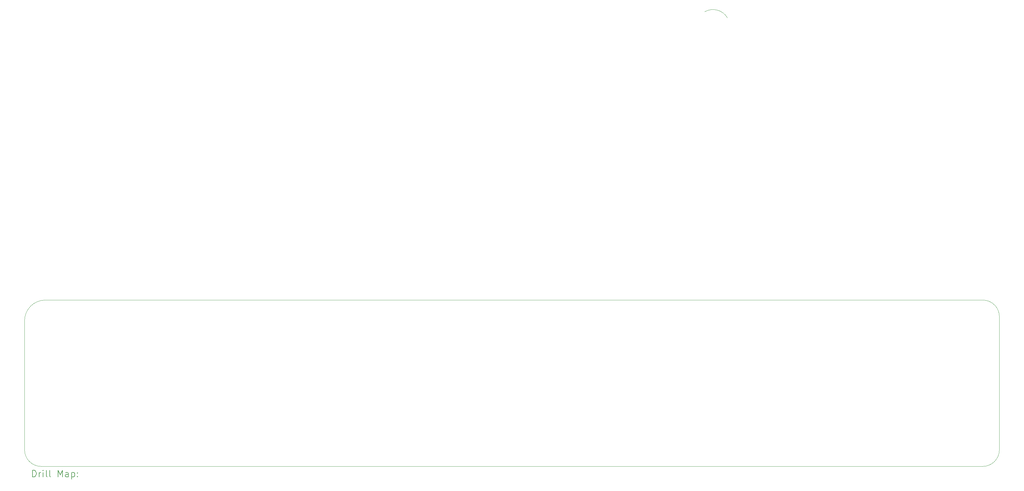
<source format=gbr>
%TF.GenerationSoftware,KiCad,Pcbnew,7.0.2-0*%
%TF.CreationDate,2024-01-28T20:18:33-06:00*%
%TF.ProjectId,bus_bar,6275735f-6261-4722-9e6b-696361645f70,rev?*%
%TF.SameCoordinates,Original*%
%TF.FileFunction,Drillmap*%
%TF.FilePolarity,Positive*%
%FSLAX45Y45*%
G04 Gerber Fmt 4.5, Leading zero omitted, Abs format (unit mm)*
G04 Created by KiCad (PCBNEW 7.0.2-0) date 2024-01-28 20:18:33*
%MOMM*%
%LPD*%
G01*
G04 APERTURE LIST*
%ADD10C,0.100000*%
%ADD11C,0.200000*%
G04 APERTURE END LIST*
D10*
X35041501Y-10668000D02*
G75*
G03*
X34533500Y-10160000I-508000J0D01*
G01*
X35041500Y-14732000D02*
X35041501Y-10668000D01*
X5831501Y-15240000D02*
X34533500Y-15240000D01*
X5323500Y-10795000D02*
X5323500Y-14732000D01*
X34533500Y-10160000D02*
X5958500Y-10160000D01*
X26750754Y-1542236D02*
G75*
G03*
X26056813Y-1356295I-439941J-254000D01*
G01*
X34533500Y-15240000D02*
G75*
G03*
X35041500Y-14732000I0J508000D01*
G01*
X5323501Y-14732000D02*
G75*
G03*
X5831501Y-15240000I508000J0D01*
G01*
X5958500Y-10159999D02*
G75*
G03*
X5323500Y-10795000I1J-635000D01*
G01*
D11*
X5566119Y-15557524D02*
X5566119Y-15357524D01*
X5566119Y-15357524D02*
X5613738Y-15357524D01*
X5613738Y-15357524D02*
X5642309Y-15367048D01*
X5642309Y-15367048D02*
X5661357Y-15386095D01*
X5661357Y-15386095D02*
X5670881Y-15405143D01*
X5670881Y-15405143D02*
X5680405Y-15443238D01*
X5680405Y-15443238D02*
X5680405Y-15471810D01*
X5680405Y-15471810D02*
X5670881Y-15509905D01*
X5670881Y-15509905D02*
X5661357Y-15528952D01*
X5661357Y-15528952D02*
X5642309Y-15548000D01*
X5642309Y-15548000D02*
X5613738Y-15557524D01*
X5613738Y-15557524D02*
X5566119Y-15557524D01*
X5766119Y-15557524D02*
X5766119Y-15424191D01*
X5766119Y-15462286D02*
X5775643Y-15443238D01*
X5775643Y-15443238D02*
X5785166Y-15433714D01*
X5785166Y-15433714D02*
X5804214Y-15424191D01*
X5804214Y-15424191D02*
X5823262Y-15424191D01*
X5889928Y-15557524D02*
X5889928Y-15424191D01*
X5889928Y-15357524D02*
X5880405Y-15367048D01*
X5880405Y-15367048D02*
X5889928Y-15376572D01*
X5889928Y-15376572D02*
X5899452Y-15367048D01*
X5899452Y-15367048D02*
X5889928Y-15357524D01*
X5889928Y-15357524D02*
X5889928Y-15376572D01*
X6013738Y-15557524D02*
X5994690Y-15548000D01*
X5994690Y-15548000D02*
X5985166Y-15528952D01*
X5985166Y-15528952D02*
X5985166Y-15357524D01*
X6118500Y-15557524D02*
X6099452Y-15548000D01*
X6099452Y-15548000D02*
X6089928Y-15528952D01*
X6089928Y-15528952D02*
X6089928Y-15357524D01*
X6347071Y-15557524D02*
X6347071Y-15357524D01*
X6347071Y-15357524D02*
X6413738Y-15500381D01*
X6413738Y-15500381D02*
X6480405Y-15357524D01*
X6480405Y-15357524D02*
X6480405Y-15557524D01*
X6661357Y-15557524D02*
X6661357Y-15452762D01*
X6661357Y-15452762D02*
X6651833Y-15433714D01*
X6651833Y-15433714D02*
X6632786Y-15424191D01*
X6632786Y-15424191D02*
X6594690Y-15424191D01*
X6594690Y-15424191D02*
X6575643Y-15433714D01*
X6661357Y-15548000D02*
X6642309Y-15557524D01*
X6642309Y-15557524D02*
X6594690Y-15557524D01*
X6594690Y-15557524D02*
X6575643Y-15548000D01*
X6575643Y-15548000D02*
X6566119Y-15528952D01*
X6566119Y-15528952D02*
X6566119Y-15509905D01*
X6566119Y-15509905D02*
X6575643Y-15490857D01*
X6575643Y-15490857D02*
X6594690Y-15481333D01*
X6594690Y-15481333D02*
X6642309Y-15481333D01*
X6642309Y-15481333D02*
X6661357Y-15471810D01*
X6756595Y-15424191D02*
X6756595Y-15624191D01*
X6756595Y-15433714D02*
X6775643Y-15424191D01*
X6775643Y-15424191D02*
X6813738Y-15424191D01*
X6813738Y-15424191D02*
X6832786Y-15433714D01*
X6832786Y-15433714D02*
X6842309Y-15443238D01*
X6842309Y-15443238D02*
X6851833Y-15462286D01*
X6851833Y-15462286D02*
X6851833Y-15519429D01*
X6851833Y-15519429D02*
X6842309Y-15538476D01*
X6842309Y-15538476D02*
X6832786Y-15548000D01*
X6832786Y-15548000D02*
X6813738Y-15557524D01*
X6813738Y-15557524D02*
X6775643Y-15557524D01*
X6775643Y-15557524D02*
X6756595Y-15548000D01*
X6937547Y-15538476D02*
X6947071Y-15548000D01*
X6947071Y-15548000D02*
X6937547Y-15557524D01*
X6937547Y-15557524D02*
X6928024Y-15548000D01*
X6928024Y-15548000D02*
X6937547Y-15538476D01*
X6937547Y-15538476D02*
X6937547Y-15557524D01*
X6937547Y-15433714D02*
X6947071Y-15443238D01*
X6947071Y-15443238D02*
X6937547Y-15452762D01*
X6937547Y-15452762D02*
X6928024Y-15443238D01*
X6928024Y-15443238D02*
X6937547Y-15433714D01*
X6937547Y-15433714D02*
X6937547Y-15452762D01*
M02*

</source>
